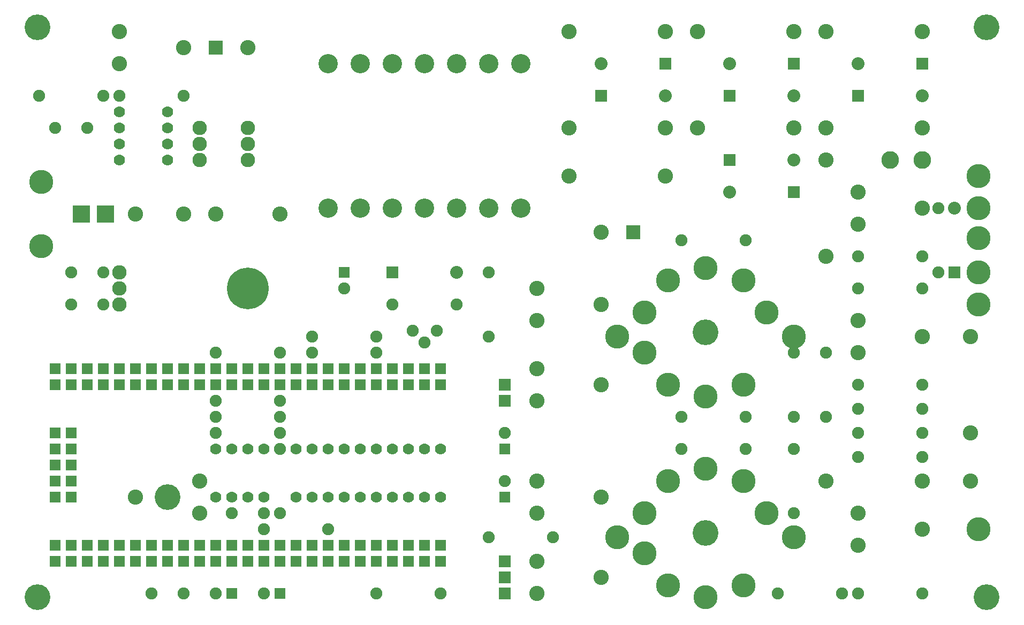
<source format=gbr>
%FSLAX23Y23*%
%MOIN*%
G04 EasyPC Gerber Version 14.0.2 Build 2922 *
%ADD99R,0.07000X0.07000*%
%ADD14R,0.07000X0.07000*%
%ADD20R,0.07500X0.07500*%
%ADD17R,0.09000X0.09000*%
%ADD95R,0.11000X0.11000*%
%ADD19C,0.07000*%
%ADD97C,0.07500*%
%ADD21C,0.08000*%
%ADD96C,0.09000*%
%ADD11C,0.09500*%
%ADD70C,0.11000*%
%ADD93C,0.12000*%
%ADD18C,0.15000*%
%ADD22C,0.16000*%
%ADD98R,0.07000X0.07000*%
%ADD92C,0.26000*%
X0Y0D02*
D02*
D11*
X1716Y4441D03*
Y4642D03*
X1816Y1741D03*
Y3504D03*
X2117D03*
Y4542D03*
X2217Y1641D03*
Y1841D03*
X2317Y3504D03*
X2517Y4542D03*
X2717Y3504D03*
X4316Y1142D03*
Y1341D03*
Y1641D03*
Y1841D03*
Y2342D03*
Y2542D03*
Y2842D03*
Y3042D03*
X4517Y3742D03*
Y4042D03*
Y4642D03*
X4717Y1242D03*
Y1741D03*
Y2442D03*
Y2942D03*
Y3392D03*
X5117Y3742D03*
Y4042D03*
Y4642D03*
X5316Y4042D03*
Y4642D03*
X5917Y4042D03*
Y4642D03*
X6117Y1841D03*
Y3242D03*
Y3842D03*
Y4042D03*
Y4642D03*
X6316Y1441D03*
Y1641D03*
Y2642D03*
Y2842D03*
Y3442D03*
Y3642D03*
X6716Y1542D03*
Y1841D03*
Y2742D03*
Y3542D03*
Y4042D03*
Y4642D03*
X7016Y1841D03*
Y2142D03*
Y2742D03*
D02*
D14*
X1316Y1341D03*
Y1441D03*
Y1741D03*
Y1841D03*
Y1941D03*
Y2041D03*
Y2142D03*
Y2442D03*
Y2542D03*
X1417Y1341D03*
Y1441D03*
Y1741D03*
Y1841D03*
Y1941D03*
Y2041D03*
Y2142D03*
Y2442D03*
Y2542D03*
X1516Y1341D03*
Y1441D03*
Y2442D03*
Y2542D03*
X1616Y1341D03*
Y1441D03*
Y2442D03*
Y2542D03*
X1716Y1341D03*
Y1441D03*
Y2442D03*
Y2542D03*
X1816Y1341D03*
Y1441D03*
Y2442D03*
Y2542D03*
X1916Y1341D03*
Y1441D03*
Y2442D03*
Y2542D03*
X2017Y1341D03*
Y1441D03*
Y2442D03*
Y2542D03*
X2117Y1341D03*
Y1441D03*
Y2442D03*
Y2542D03*
X2217Y1341D03*
Y1441D03*
Y2442D03*
Y2542D03*
X2317Y1341D03*
Y1441D03*
Y2442D03*
Y2542D03*
X2417Y1341D03*
Y1441D03*
Y2442D03*
Y2542D03*
X2517Y1341D03*
Y1441D03*
Y2442D03*
Y2542D03*
X2617Y1341D03*
Y1441D03*
Y2442D03*
Y2542D03*
X2717Y1341D03*
Y1441D03*
Y2442D03*
Y2542D03*
X2817Y1341D03*
Y1441D03*
Y2442D03*
Y2542D03*
X2917Y1341D03*
Y1441D03*
Y2442D03*
Y2542D03*
X3017Y1341D03*
Y1441D03*
Y2442D03*
Y2542D03*
X3117Y1341D03*
Y1441D03*
Y2442D03*
Y2542D03*
X3217Y1341D03*
Y1441D03*
Y2442D03*
Y2542D03*
X3317Y1341D03*
Y1441D03*
Y2442D03*
Y2542D03*
X3417Y1341D03*
Y1441D03*
Y2442D03*
Y2542D03*
X3517Y1341D03*
Y1441D03*
Y2442D03*
Y2542D03*
X3617Y1341D03*
Y1441D03*
Y2442D03*
Y2542D03*
X3717Y1341D03*
Y1441D03*
Y2442D03*
Y2542D03*
D02*
D17*
X2317Y4542D03*
X4917Y3392D03*
D02*
D18*
X1229Y3304D03*
Y3704D03*
X4816Y1492D03*
Y2742D03*
X4987Y1391D03*
Y1641D03*
Y2642D03*
Y2892D03*
X5132Y1192D03*
Y1841D03*
Y2442D03*
Y3092D03*
X5367Y1117D03*
Y1916D03*
Y2367D03*
Y3167D03*
X5602Y1192D03*
Y1841D03*
Y2442D03*
Y3092D03*
X5747Y1641D03*
Y2892D03*
X5917Y1492D03*
Y2742D03*
X7066Y1542D03*
Y2942D03*
Y3142D03*
Y3354D03*
Y3542D03*
Y3742D03*
D02*
D19*
X1716Y3842D03*
Y3942D03*
Y4042D03*
Y4142D03*
X2017Y3842D03*
Y3942D03*
Y4042D03*
Y4142D03*
X2317Y1741D03*
Y2041D03*
X2417Y1741D03*
Y2041D03*
X2517Y1741D03*
Y2041D03*
X2617Y1741D03*
Y2041D03*
X2817Y1741D03*
Y2041D03*
X2917Y1741D03*
Y2041D03*
X3017Y1741D03*
Y2041D03*
X3117Y1741D03*
Y2041D03*
X3217Y1741D03*
Y2041D03*
X3317Y1741D03*
Y2041D03*
X3417Y1741D03*
Y2041D03*
X3517Y1741D03*
Y2041D03*
X3617Y1741D03*
Y2041D03*
X3717Y1741D03*
Y2041D03*
D02*
D70*
X6516Y3842D03*
X6716D03*
D02*
D20*
X3417Y3142D03*
X4117Y1142D03*
Y1242D03*
Y1341D03*
Y2342D03*
Y2442D03*
X4717Y4242D03*
X5117Y4441D03*
X5517Y3842D03*
Y4242D03*
X5917Y3642D03*
Y4441D03*
X6316Y4242D03*
X6716Y4441D03*
X6917Y3142D03*
D02*
D21*
X3817D03*
X4717Y4441D03*
X5117Y4242D03*
X5517Y3642D03*
Y4441D03*
X5917Y3842D03*
Y4242D03*
X6316Y4441D03*
X6716Y4242D03*
X6917Y3542D03*
D02*
D22*
X1204Y1117D03*
Y4667D03*
X2017Y1741D03*
X5367Y1516D03*
Y2767D03*
X7117Y1117D03*
Y4667D03*
D02*
D92*
X2517Y3042D03*
D02*
D93*
X3017Y3542D03*
Y4441D03*
X3217Y3542D03*
Y4441D03*
X3417Y3542D03*
Y4441D03*
X3617Y3542D03*
Y4441D03*
X3817Y3542D03*
Y4441D03*
X4017Y3542D03*
Y4441D03*
X4217Y3542D03*
Y4441D03*
D02*
D95*
X1479Y3504D03*
X1629D03*
D02*
D96*
X1716Y2942D03*
Y3042D03*
Y3142D03*
X2217Y3842D03*
Y3942D03*
Y4042D03*
X2517Y3842D03*
Y3942D03*
Y4042D03*
D02*
D97*
X1217Y4242D03*
X1316Y4042D03*
X1417Y2942D03*
Y3142D03*
X1516Y4042D03*
X1616Y2942D03*
Y3142D03*
Y4242D03*
X1716D03*
X1916Y1142D03*
X2117D03*
Y4242D03*
X2317Y1142D03*
Y2142D03*
Y2242D03*
Y2342D03*
Y2642D03*
X2417Y1641D03*
X2617Y1142D03*
Y1542D03*
Y1641D03*
X2717D03*
Y2041D03*
Y2142D03*
Y2242D03*
Y2342D03*
Y2642D03*
X2917D03*
Y2742D03*
X3017Y1542D03*
X3117Y3042D03*
X3317Y1142D03*
Y2642D03*
Y2742D03*
X3417Y2942D03*
X3542Y2779D03*
X3617Y2704D03*
X3692Y2779D03*
X3717Y1142D03*
X3817Y2942D03*
X4017Y1492D03*
Y2742D03*
Y3142D03*
X4117Y1841D03*
Y2142D03*
X4417Y1492D03*
X5217Y2041D03*
Y2242D03*
Y3342D03*
X5617Y2041D03*
Y2242D03*
Y3342D03*
X5816Y1142D03*
X5917Y1641D03*
Y2041D03*
Y2242D03*
Y2642D03*
X6117Y2242D03*
Y2642D03*
X6217Y1142D03*
X6316D03*
Y1991D03*
Y2142D03*
Y2292D03*
Y2442D03*
Y3042D03*
Y3242D03*
X6716Y1142D03*
Y1991D03*
Y2142D03*
Y2292D03*
Y2442D03*
Y3042D03*
Y3242D03*
X6816Y3142D03*
Y3542D03*
D02*
D98*
X2417Y1142D03*
X2717D03*
D02*
D99*
X3117Y3142D03*
X4117Y1741D03*
Y2041D03*
X0Y0D02*
M02*

</source>
